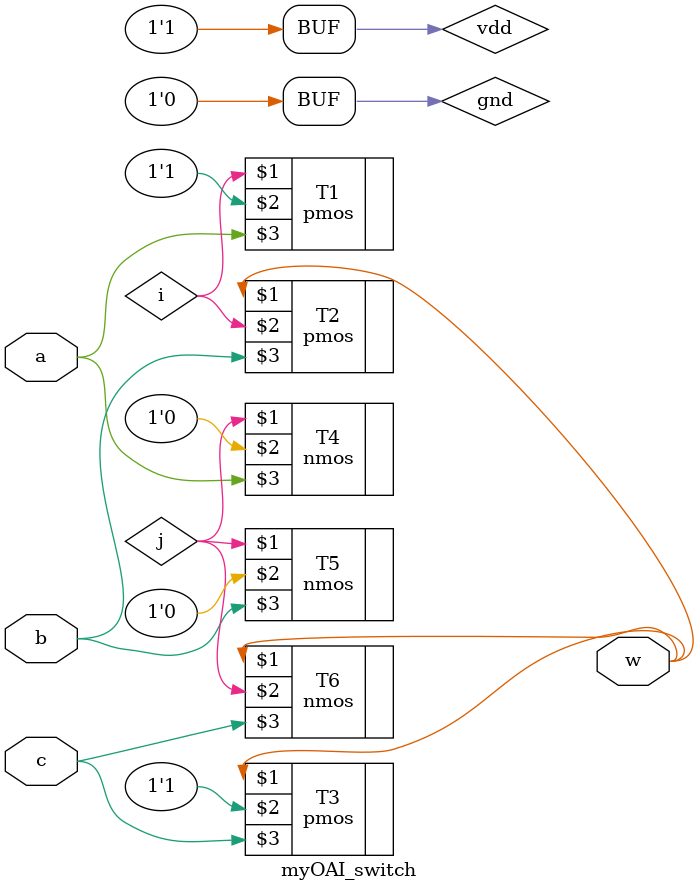
<source format=sv>
`timescale 1ns/1ns
module myOAI_switch(input a, b, c, output w);
supply1 vdd; supply0 gnd;
wire i,j;
pmos #(5, 6, 7) T1(i, vdd, a), T2(w, i, b), T3(w, vdd, c);
nmos #(3, 4, 5) T4(j, gnd, a), T5(j, gnd, b), T6(w, j, c);
endmodule

</source>
